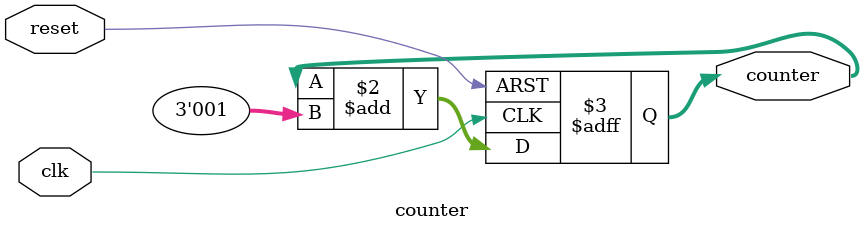
<source format=v>
module counter(input clk, reset, output reg[2:0] counter
    );

// up counter
always @(posedge clk or posedge reset)
begin
if(reset)
 counter <= 3'd0;
else
 counter <= counter + 3'd1;
end 
endmodule

</source>
